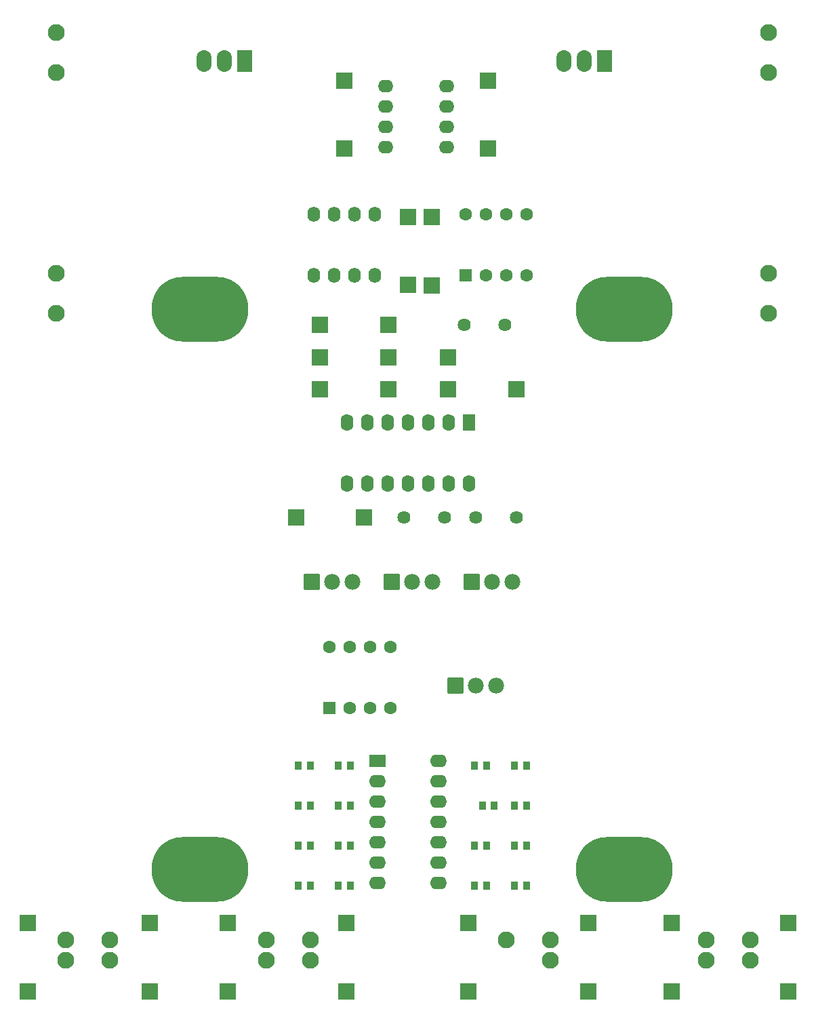
<source format=gbs>
G04 Layer: BottomSolderMaskLayer*
G04 EasyEDA v6.5.20, 2022-10-24 14:32:38*
G04 8d121422a4ac45e995a65f3fcbcb15b0,c6a1bf633b9a4ba285e4988a7d74c357,10*
G04 Gerber Generator version 0.2*
G04 Scale: 100 percent, Rotated: No, Reflected: No *
G04 Dimensions in millimeters *
G04 leading zeros omitted , absolute positions ,4 integer and 5 decimal *
%FSLAX45Y45*%
%MOMM*%

%AMMACRO1*1,1,$1,$2,$3*1,1,$1,$4,$5*1,1,$1,0-$2,0-$3*1,1,$1,0-$4,0-$5*20,1,$1,$2,$3,$4,$5,0*20,1,$1,$4,$5,0-$2,0-$3,0*20,1,$1,0-$2,0-$3,0-$4,0-$5,0*20,1,$1,0-$4,0-$5,$2,$3,0*4,1,4,$2,$3,$4,$5,0-$2,0-$3,0-$4,0-$5,$2,$3,0*%
%ADD10MACRO1,0.1016X-0.4032X0.432X-0.4032X-0.432*%
%ADD11MACRO1,0.1016X0.4032X0.432X0.4032X-0.432*%
%ADD12MACRO1,0.1016X0.4032X-0.432X0.4032X0.432*%
%ADD13MACRO1,0.1016X-0.4032X-0.432X-0.4032X0.432*%
%ADD14C,2.1016*%
%ADD15MACRO1,0.1016X-1X1X1X1*%
%ADD16MACRO1,0.1016X-1X-1X-1X1*%
%ADD17MACRO1,0.1016X1X1X1X-1*%
%ADD18MACRO1,0.1016X-0.75X0.75X0.75X0.75*%
%ADD19C,1.6016*%
%ADD20O,1.92659X1.561592*%
%ADD21O,1.6015970000000002X2.1015960000000002*%
%ADD22MACRO1,0.1016X0.75X1X0.75X-1*%
%ADD23O,1.9015964X2.7015948*%
%ADD24MACRO1,0.1016X0.9X-1.3X-0.9X-1.3*%
%ADD25O,1.561592X1.92659*%
%ADD26C,1.6256*%
%ADD27O,12.100026600000001X8.100034599999999*%
%ADD28MACRO1,0.1016X-0.9398X0.9398X0.9398X0.9398*%
%ADD29C,1.9812*%
%ADD30O,2.1015960000000002X1.6015970000000002*%
%ADD31MACRO1,0.1016X-1X0.75X1X0.75*%

%LPD*%
D10*
G01*
X8675307Y-4299991D03*
D11*
G01*
X8524657Y-4299991D03*
D12*
G01*
X8524657Y-3799992D03*
D13*
G01*
X8675307Y-3799992D03*
D12*
G01*
X8524657Y-5299989D03*
D13*
G01*
X8675307Y-5299989D03*
D10*
G01*
X8675307Y-4799990D03*
D11*
G01*
X8524657Y-4799990D03*
D12*
G01*
X10724653Y-4799990D03*
D13*
G01*
X10875303Y-4799990D03*
D10*
G01*
X10375304Y-4799990D03*
D11*
G01*
X10224654Y-4799990D03*
D12*
G01*
X10724653Y-5299989D03*
D13*
G01*
X10875303Y-5299989D03*
D12*
G01*
X10224654Y-3799992D03*
D13*
G01*
X10375304Y-3799992D03*
D10*
G01*
X10875303Y-4299991D03*
D11*
G01*
X10724653Y-4299991D03*
D12*
G01*
X10324654Y-4299991D03*
D13*
G01*
X10475304Y-4299991D03*
D10*
G01*
X10875303Y-3799992D03*
D11*
G01*
X10724653Y-3799992D03*
D12*
G01*
X10224654Y-5299989D03*
D13*
G01*
X10375304Y-5299989D03*
D10*
G01*
X8175308Y-5299989D03*
D11*
G01*
X8024658Y-5299989D03*
D12*
G01*
X8024658Y-4799990D03*
D13*
G01*
X8175308Y-4799990D03*
D10*
G01*
X8175308Y-4299991D03*
D11*
G01*
X8024658Y-4299991D03*
D12*
G01*
X8024658Y-3799992D03*
D13*
G01*
X8175308Y-3799992D03*
D14*
G01*
X5675071Y-5972987D03*
G01*
X5124907Y-5972987D03*
G01*
X5675071Y-6226987D03*
G01*
X5124907Y-6226987D03*
G01*
X8175066Y-5972987D03*
G01*
X7624902Y-5972987D03*
G01*
X8175066Y-6226987D03*
G01*
X7624902Y-6226987D03*
G01*
X11175060Y-6226987D03*
G01*
X10624896Y-5972987D03*
G01*
X11175060Y-5972987D03*
G01*
X13124891Y-6226987D03*
G01*
X13675055Y-6226987D03*
G01*
X13124891Y-5972987D03*
G01*
X13675055Y-5972987D03*
D15*
G01*
X9899980Y1299997D03*
D16*
G01*
X8599982Y3899992D03*
G01*
X8599982Y4750003D03*
G01*
X10399979Y3899992D03*
G01*
X10399979Y4750003D03*
D15*
G01*
X8299983Y1299997D03*
G01*
X9149994Y1299997D03*
G01*
X8299983Y899998D03*
G01*
X9149994Y899998D03*
G01*
X9899980Y899998D03*
G01*
X10749991Y899998D03*
D16*
G01*
X9399981Y2199995D03*
G01*
X9399981Y3050006D03*
D17*
G01*
X9690100Y3047999D03*
G01*
X9690100Y2197988D03*
D15*
G01*
X7999984Y-699998D03*
G01*
X8849995Y-699998D03*
D14*
G01*
X13899972Y1849551D03*
G01*
X13899972Y2350439D03*
G01*
X4999989Y2350439D03*
G01*
X4999989Y1849551D03*
D18*
G01*
X8418982Y-3080994D03*
D19*
G01*
X8672982Y-3080994D03*
G01*
X8926982Y-3080994D03*
G01*
X9180982Y-3080994D03*
G01*
X8418982Y-2318994D03*
G01*
X8672982Y-2318994D03*
G01*
X8926982Y-2318994D03*
G01*
X9180982Y-2318994D03*
D15*
G01*
X8299983Y1699996D03*
G01*
X9149994Y1699996D03*
D20*
G01*
X9880981Y3918991D03*
G01*
X9880981Y4172991D03*
G01*
X9880981Y4426991D03*
G01*
X9880981Y4680991D03*
G01*
X9118981Y3918991D03*
G01*
X9118981Y4172991D03*
G01*
X9118981Y4426991D03*
G01*
X9118981Y4680991D03*
D21*
G01*
X8637981Y-281000D03*
G01*
X8891981Y-281000D03*
G01*
X9145981Y-281000D03*
G01*
X9399981Y-281000D03*
G01*
X9653981Y-281000D03*
G01*
X9907981Y-281000D03*
G01*
X10161981Y-281000D03*
G01*
X8637981Y480999D03*
G01*
X8891981Y480999D03*
G01*
X9145981Y480999D03*
G01*
X9399981Y480999D03*
G01*
X9653981Y480999D03*
G01*
X9907981Y480999D03*
D22*
G01*
X10161981Y480999D03*
D14*
G01*
X13899972Y4849545D03*
G01*
X13899972Y5350433D03*
G01*
X4999989Y5350433D03*
G01*
X4999989Y4849545D03*
D23*
G01*
X11600002Y4999481D03*
G01*
X11345976Y5000472D03*
D24*
G01*
X11853989Y4999494D03*
D23*
G01*
X7100011Y4999481D03*
G01*
X6845985Y5000472D03*
D24*
G01*
X7353998Y4999494D03*
D18*
G01*
X10118979Y2318994D03*
D19*
G01*
X10372979Y2318994D03*
G01*
X10626979Y2318994D03*
G01*
X10880979Y2318994D03*
G01*
X10118979Y3080994D03*
G01*
X10372979Y3080994D03*
G01*
X10626979Y3080994D03*
G01*
X10880979Y3080994D03*
D25*
G01*
X8218982Y2318994D03*
G01*
X8472982Y2318994D03*
G01*
X8726982Y2318994D03*
G01*
X8980982Y2318994D03*
G01*
X8218982Y3080994D03*
G01*
X8472982Y3080994D03*
G01*
X8726982Y3080994D03*
G01*
X8980982Y3080994D03*
D26*
G01*
X10753979Y-699998D03*
G01*
X10245979Y-699998D03*
G01*
X9853980Y-699998D03*
G01*
X9345980Y-699998D03*
G01*
X10096500Y1701800D03*
G01*
X10604500Y1701800D03*
D27*
G01*
X6799986Y-5100015D03*
G01*
X6799986Y1899996D03*
G01*
X12099975Y1899996D03*
G01*
X12099975Y-5100015D03*
D28*
G01*
X8191982Y-1502994D03*
D29*
G01*
X8445982Y-1502994D03*
G01*
X8699982Y-1502994D03*
D28*
G01*
X9191980Y-1502994D03*
D29*
G01*
X9445980Y-1502994D03*
G01*
X9699980Y-1502994D03*
D28*
G01*
X10191978Y-1502994D03*
D29*
G01*
X10445978Y-1502994D03*
G01*
X10699978Y-1502994D03*
D28*
G01*
X9991978Y-2802991D03*
D29*
G01*
X10245979Y-2802991D03*
G01*
X10499979Y-2802991D03*
D16*
G01*
X12687300Y-6616700D03*
G01*
X12687300Y-5766689D03*
D17*
G01*
X14148180Y-5766689D03*
G01*
X14148180Y-6616700D03*
G01*
X11645900Y-5766686D03*
G01*
X11645900Y-6616697D03*
D16*
G01*
X10147300Y-6616700D03*
G01*
X10147300Y-5766689D03*
D17*
G01*
X8623300Y-5766686D03*
G01*
X8623300Y-6616697D03*
D16*
G01*
X7148195Y-6616700D03*
G01*
X7148195Y-5766689D03*
D17*
G01*
X6172200Y-5766686D03*
G01*
X6172200Y-6616697D03*
D16*
G01*
X4648200Y-6616700D03*
G01*
X4648200Y-5766689D03*
D30*
G01*
X9780981Y-5261990D03*
G01*
X9780981Y-5007990D03*
G01*
X9780981Y-4753990D03*
G01*
X9780981Y-4499990D03*
G01*
X9780981Y-4245990D03*
G01*
X9780981Y-3991990D03*
G01*
X9780981Y-3737990D03*
G01*
X9018981Y-5261990D03*
G01*
X9018981Y-5007990D03*
G01*
X9018981Y-4753990D03*
G01*
X9018981Y-4499990D03*
G01*
X9018981Y-4245990D03*
G01*
X9018981Y-3991990D03*
D31*
G01*
X9018981Y-3737990D03*
M02*

</source>
